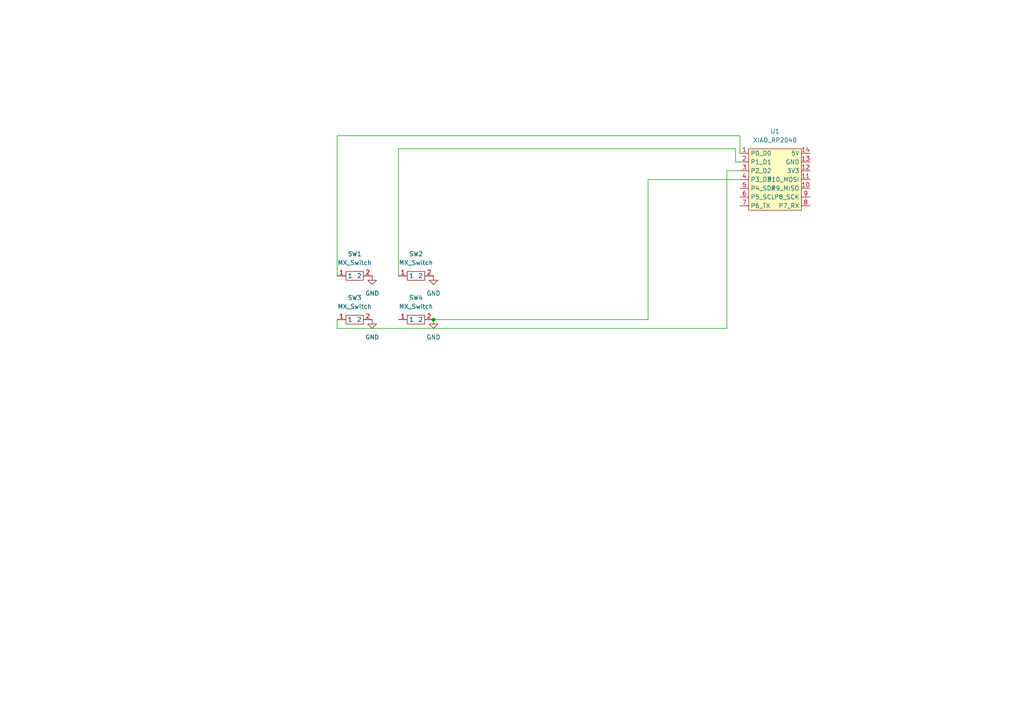
<source format=kicad_sch>
(kicad_sch
	(version 20250114)
	(generator "eeschema")
	(generator_version "9.0")
	(uuid "3ed1b021-89ae-4efc-a508-c2591d6c9c73")
	(paper "A4")
	(lib_symbols
		(symbol "MX_Switch:MX_Switch"
			(exclude_from_sim no)
			(in_bom yes)
			(on_board yes)
			(property "Reference" "SW"
				(at 0 2.54 0)
				(effects
					(font
						(size 1.27 1.27)
					)
				)
			)
			(property "Value" "MX_Switch"
				(at 0 -2.54 0)
				(effects
					(font
						(size 1.27 1.27)
					)
				)
			)
			(property "Footprint" "MX-1U"
				(at 0 0 0)
				(effects
					(font
						(size 1.27 1.27)
					)
					(hide yes)
				)
			)
			(property "Datasheet" ""
				(at 0 0 0)
				(effects
					(font
						(size 1.27 1.27)
					)
					(hide yes)
				)
			)
			(property "Description" ""
				(at 0 0 0)
				(effects
					(font
						(size 1.27 1.27)
					)
					(hide yes)
				)
			)
			(symbol "MX_Switch_1_1"
				(rectangle
					(start -2.54 1.27)
					(end 2.54 -1.27)
					(stroke
						(width 0)
						(type default)
					)
					(fill
						(type none)
					)
				)
				(pin passive line
					(at -5.08 0 0)
					(length 2.54)
					(name "1"
						(effects
							(font
								(size 1.27 1.27)
							)
						)
					)
					(number "1"
						(effects
							(font
								(size 1.27 1.27)
							)
						)
					)
				)
				(pin passive line
					(at 5.08 0 180)
					(length 2.54)
					(name "2"
						(effects
							(font
								(size 1.27 1.27)
							)
						)
					)
					(number "2"
						(effects
							(font
								(size 1.27 1.27)
							)
						)
					)
				)
			)
			(embedded_fonts no)
		)
		(symbol "XIAO_RP2040:XIAO_RP2040"
			(exclude_from_sim no)
			(in_bom yes)
			(on_board yes)
			(property "Reference" "U"
				(at 0 10.16 0)
				(effects
					(font
						(size 1.27 1.27)
					)
				)
			)
			(property "Value" "XIAO_RP2040"
				(at 0 -10.16 0)
				(effects
					(font
						(size 1.27 1.27)
					)
				)
			)
			(property "Footprint" "XIAO-RP2040-SMD"
				(at 0 0 0)
				(effects
					(font
						(size 1.27 1.27)
					)
					(hide yes)
				)
			)
			(property "Datasheet" ""
				(at 0 0 0)
				(effects
					(font
						(size 1.27 1.27)
					)
					(hide yes)
				)
			)
			(property "Description" ""
				(at 0 0 0)
				(effects
					(font
						(size 1.27 1.27)
					)
					(hide yes)
				)
			)
			(symbol "XIAO_RP2040_1_1"
				(rectangle
					(start -7.62 8.89)
					(end 7.62 -8.89)
					(stroke
						(width 0)
						(type default)
					)
					(fill
						(type background)
					)
				)
				(pin bidirectional line
					(at -10.16 7.62 0)
					(length 2.54)
					(name "P0_D0"
						(effects
							(font
								(size 1.27 1.27)
							)
						)
					)
					(number "1"
						(effects
							(font
								(size 1.27 1.27)
							)
						)
					)
				)
				(pin bidirectional line
					(at -10.16 5.08 0)
					(length 2.54)
					(name "P1_D1"
						(effects
							(font
								(size 1.27 1.27)
							)
						)
					)
					(number "2"
						(effects
							(font
								(size 1.27 1.27)
							)
						)
					)
				)
				(pin bidirectional line
					(at -10.16 2.54 0)
					(length 2.54)
					(name "P2_D2"
						(effects
							(font
								(size 1.27 1.27)
							)
						)
					)
					(number "3"
						(effects
							(font
								(size 1.27 1.27)
							)
						)
					)
				)
				(pin bidirectional line
					(at -10.16 0 0)
					(length 2.54)
					(name "P3_D3"
						(effects
							(font
								(size 1.27 1.27)
							)
						)
					)
					(number "4"
						(effects
							(font
								(size 1.27 1.27)
							)
						)
					)
				)
				(pin bidirectional line
					(at -10.16 -2.54 0)
					(length 2.54)
					(name "P4_SDA"
						(effects
							(font
								(size 1.27 1.27)
							)
						)
					)
					(number "5"
						(effects
							(font
								(size 1.27 1.27)
							)
						)
					)
				)
				(pin bidirectional line
					(at -10.16 -5.08 0)
					(length 2.54)
					(name "P5_SCL"
						(effects
							(font
								(size 1.27 1.27)
							)
						)
					)
					(number "6"
						(effects
							(font
								(size 1.27 1.27)
							)
						)
					)
				)
				(pin bidirectional line
					(at -10.16 -7.62 0)
					(length 2.54)
					(name "P6_TX"
						(effects
							(font
								(size 1.27 1.27)
							)
						)
					)
					(number "7"
						(effects
							(font
								(size 1.27 1.27)
							)
						)
					)
				)
				(pin power_in line
					(at 10.16 7.62 180)
					(length 2.54)
					(name "5V"
						(effects
							(font
								(size 1.27 1.27)
							)
						)
					)
					(number "14"
						(effects
							(font
								(size 1.27 1.27)
							)
						)
					)
				)
				(pin power_in line
					(at 10.16 5.08 180)
					(length 2.54)
					(name "GND"
						(effects
							(font
								(size 1.27 1.27)
							)
						)
					)
					(number "13"
						(effects
							(font
								(size 1.27 1.27)
							)
						)
					)
				)
				(pin power_out line
					(at 10.16 2.54 180)
					(length 2.54)
					(name "3V3"
						(effects
							(font
								(size 1.27 1.27)
							)
						)
					)
					(number "12"
						(effects
							(font
								(size 1.27 1.27)
							)
						)
					)
				)
				(pin bidirectional line
					(at 10.16 0 180)
					(length 2.54)
					(name "P10_MOSI"
						(effects
							(font
								(size 1.27 1.27)
							)
						)
					)
					(number "11"
						(effects
							(font
								(size 1.27 1.27)
							)
						)
					)
				)
				(pin bidirectional line
					(at 10.16 -2.54 180)
					(length 2.54)
					(name "P9_MISO"
						(effects
							(font
								(size 1.27 1.27)
							)
						)
					)
					(number "10"
						(effects
							(font
								(size 1.27 1.27)
							)
						)
					)
				)
				(pin bidirectional line
					(at 10.16 -5.08 180)
					(length 2.54)
					(name "P8_SCK"
						(effects
							(font
								(size 1.27 1.27)
							)
						)
					)
					(number "9"
						(effects
							(font
								(size 1.27 1.27)
							)
						)
					)
				)
				(pin bidirectional line
					(at 10.16 -7.62 180)
					(length 2.54)
					(name "P7_RX"
						(effects
							(font
								(size 1.27 1.27)
							)
						)
					)
					(number "8"
						(effects
							(font
								(size 1.27 1.27)
							)
						)
					)
				)
			)
			(embedded_fonts no)
		)
		(symbol "power:GND"
			(power)
			(pin_numbers
				(hide yes)
			)
			(pin_names
				(offset 0)
				(hide yes)
			)
			(exclude_from_sim no)
			(in_bom yes)
			(on_board yes)
			(property "Reference" "#PWR"
				(at 0 -6.35 0)
				(effects
					(font
						(size 1.27 1.27)
					)
					(hide yes)
				)
			)
			(property "Value" "GND"
				(at 0 -3.81 0)
				(effects
					(font
						(size 1.27 1.27)
					)
				)
			)
			(property "Footprint" ""
				(at 0 0 0)
				(effects
					(font
						(size 1.27 1.27)
					)
					(hide yes)
				)
			)
			(property "Datasheet" ""
				(at 0 0 0)
				(effects
					(font
						(size 1.27 1.27)
					)
					(hide yes)
				)
			)
			(property "Description" "Power symbol creates a global label with name \"GND\" , ground"
				(at 0 0 0)
				(effects
					(font
						(size 1.27 1.27)
					)
					(hide yes)
				)
			)
			(property "ki_keywords" "global power"
				(at 0 0 0)
				(effects
					(font
						(size 1.27 1.27)
					)
					(hide yes)
				)
			)
			(symbol "GND_0_1"
				(polyline
					(pts
						(xy 0 0) (xy 0 -1.27) (xy 1.27 -1.27) (xy 0 -2.54) (xy -1.27 -1.27) (xy 0 -1.27)
					)
					(stroke
						(width 0)
						(type default)
					)
					(fill
						(type none)
					)
				)
			)
			(symbol "GND_1_1"
				(pin power_in line
					(at 0 0 270)
					(length 0)
					(name "~"
						(effects
							(font
								(size 1.27 1.27)
							)
						)
					)
					(number "1"
						(effects
							(font
								(size 1.27 1.27)
							)
						)
					)
				)
			)
			(embedded_fonts no)
		)
	)
	(junction
		(at 125.73 92.71)
		(diameter 0)
		(color 0 0 0 0)
		(uuid "e54947c7-dfa4-4ca3-a362-a38fb35404bd")
	)
	(wire
		(pts
			(xy 187.96 52.07) (xy 214.63 52.07)
		)
		(stroke
			(width 0)
			(type default)
		)
		(uuid "1a1ff180-18ba-4486-92cb-5640fbfa9164")
	)
	(wire
		(pts
			(xy 97.79 92.71) (xy 97.79 95.25)
		)
		(stroke
			(width 0)
			(type default)
		)
		(uuid "1f8554f2-910e-4326-8441-2e597aa4f08f")
	)
	(wire
		(pts
			(xy 125.73 92.71) (xy 187.96 92.71)
		)
		(stroke
			(width 0)
			(type default)
		)
		(uuid "438c5b47-6deb-4e62-b6d1-251d3a43011a")
	)
	(wire
		(pts
			(xy 115.57 43.18) (xy 213.36 43.18)
		)
		(stroke
			(width 0)
			(type default)
		)
		(uuid "668459ca-a35b-467c-8e0f-163c444f14f7")
	)
	(wire
		(pts
			(xy 214.63 39.37) (xy 214.63 44.45)
		)
		(stroke
			(width 0)
			(type default)
		)
		(uuid "6b9af3ab-cd3d-4f5f-89f9-918c32bf6525")
	)
	(wire
		(pts
			(xy 97.79 95.25) (xy 210.82 95.25)
		)
		(stroke
			(width 0)
			(type default)
		)
		(uuid "6c00efd8-1f5d-45a1-a8be-106600658826")
	)
	(wire
		(pts
			(xy 210.82 95.25) (xy 210.82 49.53)
		)
		(stroke
			(width 0)
			(type default)
		)
		(uuid "7596c79f-cb68-4fd4-9ada-d778ce0336ee")
	)
	(wire
		(pts
			(xy 213.36 46.99) (xy 214.63 46.99)
		)
		(stroke
			(width 0)
			(type default)
		)
		(uuid "769cac46-379c-40e3-817e-3ddb304f540e")
	)
	(wire
		(pts
			(xy 213.36 43.18) (xy 213.36 46.99)
		)
		(stroke
			(width 0)
			(type default)
		)
		(uuid "7dfd59bc-03b2-4d5c-8ce8-89e3a243db6a")
	)
	(wire
		(pts
			(xy 115.57 80.01) (xy 115.57 43.18)
		)
		(stroke
			(width 0)
			(type default)
		)
		(uuid "83ab712e-321e-46ea-a8f8-f005624c4234")
	)
	(wire
		(pts
			(xy 187.96 92.71) (xy 187.96 52.07)
		)
		(stroke
			(width 0)
			(type default)
		)
		(uuid "ae96f619-6c16-49eb-95c1-97b250cc76f5")
	)
	(wire
		(pts
			(xy 97.79 39.37) (xy 214.63 39.37)
		)
		(stroke
			(width 0)
			(type default)
		)
		(uuid "bfc9dc1c-dc35-4a77-a291-4a82e7f49125")
	)
	(wire
		(pts
			(xy 210.82 49.53) (xy 214.63 49.53)
		)
		(stroke
			(width 0)
			(type default)
		)
		(uuid "cc5c4d43-8d6d-43df-ab38-0f6444d320ae")
	)
	(wire
		(pts
			(xy 97.79 80.01) (xy 97.79 39.37)
		)
		(stroke
			(width 0)
			(type default)
		)
		(uuid "ff5227e1-63c1-4490-bdea-fa3c2f549b1a")
	)
	(symbol
		(lib_id "power:GND")
		(at 125.73 92.71 0)
		(unit 1)
		(exclude_from_sim no)
		(in_bom yes)
		(on_board yes)
		(dnp no)
		(fields_autoplaced yes)
		(uuid "3e718b9d-b93b-41c9-b4d2-144520540ad5")
		(property "Reference" "#PWR02"
			(at 125.73 99.06 0)
			(effects
				(font
					(size 1.27 1.27)
				)
				(hide yes)
			)
		)
		(property "Value" "GND"
			(at 125.73 97.79 0)
			(effects
				(font
					(size 1.27 1.27)
				)
			)
		)
		(property "Footprint" ""
			(at 125.73 92.71 0)
			(effects
				(font
					(size 1.27 1.27)
				)
				(hide yes)
			)
		)
		(property "Datasheet" ""
			(at 125.73 92.71 0)
			(effects
				(font
					(size 1.27 1.27)
				)
				(hide yes)
			)
		)
		(property "Description" "Power symbol creates a global label with name \"GND\" , ground"
			(at 125.73 92.71 0)
			(effects
				(font
					(size 1.27 1.27)
				)
				(hide yes)
			)
		)
		(pin "1"
			(uuid "1f83442d-403f-46f6-acc4-497dbf248dfa")
		)
		(instances
			(project "ali_hackpad"
				(path "/3ed1b021-89ae-4efc-a508-c2591d6c9c73"
					(reference "#PWR02")
					(unit 1)
				)
			)
		)
	)
	(symbol
		(lib_id "XIAO_RP2040:XIAO_RP2040")
		(at 224.79 52.07 0)
		(unit 1)
		(exclude_from_sim no)
		(in_bom yes)
		(on_board yes)
		(dnp no)
		(fields_autoplaced yes)
		(uuid "68764285-7523-4948-b8b7-40a1d9309b73")
		(property "Reference" "U1"
			(at 224.79 38.1 0)
			(effects
				(font
					(size 1.27 1.27)
				)
			)
		)
		(property "Value" "XIAO_RP2040"
			(at 224.79 40.64 0)
			(effects
				(font
					(size 1.27 1.27)
				)
			)
		)
		(property "Footprint" "XIAO-RP2040-SMD"
			(at 224.79 52.07 0)
			(effects
				(font
					(size 1.27 1.27)
				)
				(hide yes)
			)
		)
		(property "Datasheet" ""
			(at 224.79 52.07 0)
			(effects
				(font
					(size 1.27 1.27)
				)
				(hide yes)
			)
		)
		(property "Description" ""
			(at 224.79 52.07 0)
			(effects
				(font
					(size 1.27 1.27)
				)
				(hide yes)
			)
		)
		(pin "12"
			(uuid "3cb9d228-dd31-45f9-be68-7198d05f3ac5")
		)
		(pin "9"
			(uuid "4cca6cd0-74c4-44bd-947c-2cb66e387df0")
		)
		(pin "4"
			(uuid "247e9ece-3442-4a09-a3f6-8caf702456bd")
		)
		(pin "5"
			(uuid "8c781160-2763-4388-8941-a181e5cc1f68")
		)
		(pin "13"
			(uuid "a8668c4a-aa8e-4b1d-a9f1-aad69d0a77dd")
		)
		(pin "6"
			(uuid "f213d3e2-b405-4d94-9640-e448d953829a")
		)
		(pin "7"
			(uuid "11b4bfc5-22e9-4c32-ab9a-d1819ae752fb")
		)
		(pin "1"
			(uuid "2e66fc3b-d4f0-4482-98bc-c272afe3d79b")
		)
		(pin "10"
			(uuid "f47f4e09-0edc-4c8c-88fd-51345b878b99")
		)
		(pin "14"
			(uuid "99d4c3cd-4d4d-4b01-9b28-4b1a62bdd1a0")
		)
		(pin "3"
			(uuid "b559e43b-de66-4afa-aa30-b047ad654625")
		)
		(pin "11"
			(uuid "4eba81f7-aaae-4550-8771-bac895cc0158")
		)
		(pin "2"
			(uuid "6dd3cbdd-870b-4edc-915f-e94b2d610c45")
		)
		(pin "8"
			(uuid "38d4238c-e299-4235-81ba-49a0411e96a8")
		)
		(instances
			(project ""
				(path "/3ed1b021-89ae-4efc-a508-c2591d6c9c73"
					(reference "U1")
					(unit 1)
				)
			)
		)
	)
	(symbol
		(lib_id "power:GND")
		(at 107.95 80.01 0)
		(unit 1)
		(exclude_from_sim no)
		(in_bom yes)
		(on_board yes)
		(dnp no)
		(fields_autoplaced yes)
		(uuid "7f101a5f-98b0-479a-bdbe-91e684bec514")
		(property "Reference" "#PWR05"
			(at 107.95 86.36 0)
			(effects
				(font
					(size 1.27 1.27)
				)
				(hide yes)
			)
		)
		(property "Value" "GND"
			(at 107.95 85.09 0)
			(effects
				(font
					(size 1.27 1.27)
				)
			)
		)
		(property "Footprint" ""
			(at 107.95 80.01 0)
			(effects
				(font
					(size 1.27 1.27)
				)
				(hide yes)
			)
		)
		(property "Datasheet" ""
			(at 107.95 80.01 0)
			(effects
				(font
					(size 1.27 1.27)
				)
				(hide yes)
			)
		)
		(property "Description" "Power symbol creates a global label with name \"GND\" , ground"
			(at 107.95 80.01 0)
			(effects
				(font
					(size 1.27 1.27)
				)
				(hide yes)
			)
		)
		(pin "1"
			(uuid "5b0bc9f3-2559-422d-ae30-38d4cecebd26")
		)
		(instances
			(project ""
				(path "/3ed1b021-89ae-4efc-a508-c2591d6c9c73"
					(reference "#PWR05")
					(unit 1)
				)
			)
		)
	)
	(symbol
		(lib_id "power:GND")
		(at 107.95 92.71 0)
		(unit 1)
		(exclude_from_sim no)
		(in_bom yes)
		(on_board yes)
		(dnp no)
		(fields_autoplaced yes)
		(uuid "8b3230b6-1d44-4cb1-bf2b-73853eb91c8f")
		(property "Reference" "#PWR01"
			(at 107.95 99.06 0)
			(effects
				(font
					(size 1.27 1.27)
				)
				(hide yes)
			)
		)
		(property "Value" "GND"
			(at 107.95 97.79 0)
			(effects
				(font
					(size 1.27 1.27)
				)
			)
		)
		(property "Footprint" ""
			(at 107.95 92.71 0)
			(effects
				(font
					(size 1.27 1.27)
				)
				(hide yes)
			)
		)
		(property "Datasheet" ""
			(at 107.95 92.71 0)
			(effects
				(font
					(size 1.27 1.27)
				)
				(hide yes)
			)
		)
		(property "Description" "Power symbol creates a global label with name \"GND\" , ground"
			(at 107.95 92.71 0)
			(effects
				(font
					(size 1.27 1.27)
				)
				(hide yes)
			)
		)
		(pin "1"
			(uuid "3a393de7-f9d4-497f-9269-8ba1de04b175")
		)
		(instances
			(project "ali_hackpad"
				(path "/3ed1b021-89ae-4efc-a508-c2591d6c9c73"
					(reference "#PWR01")
					(unit 1)
				)
			)
		)
	)
	(symbol
		(lib_id "MX_Switch:MX_Switch")
		(at 102.87 92.71 0)
		(unit 1)
		(exclude_from_sim no)
		(in_bom yes)
		(on_board yes)
		(dnp no)
		(fields_autoplaced yes)
		(uuid "9b7aca81-b372-473e-abfe-6e9361e32cd4")
		(property "Reference" "SW3"
			(at 102.87 86.36 0)
			(effects
				(font
					(size 1.27 1.27)
				)
			)
		)
		(property "Value" "MX_Switch"
			(at 102.87 88.9 0)
			(effects
				(font
					(size 1.27 1.27)
				)
			)
		)
		(property "Footprint" "MX-1U"
			(at 102.87 92.71 0)
			(effects
				(font
					(size 1.27 1.27)
				)
				(hide yes)
			)
		)
		(property "Datasheet" ""
			(at 102.87 92.71 0)
			(effects
				(font
					(size 1.27 1.27)
				)
				(hide yes)
			)
		)
		(property "Description" ""
			(at 102.87 92.71 0)
			(effects
				(font
					(size 1.27 1.27)
				)
				(hide yes)
			)
		)
		(pin "1"
			(uuid "78058df3-e9c8-422b-a395-46876ab55eca")
		)
		(pin "2"
			(uuid "bccb104a-16c9-46a1-a9eb-b2fef42e14ce")
		)
		(instances
			(project "ali_hackpad"
				(path "/3ed1b021-89ae-4efc-a508-c2591d6c9c73"
					(reference "SW3")
					(unit 1)
				)
			)
		)
	)
	(symbol
		(lib_id "MX_Switch:MX_Switch")
		(at 102.87 80.01 0)
		(unit 1)
		(exclude_from_sim no)
		(in_bom yes)
		(on_board yes)
		(dnp no)
		(fields_autoplaced yes)
		(uuid "b50d6a9c-b433-4a9e-b81f-7abe63be3b4e")
		(property "Reference" "SW1"
			(at 102.87 73.66 0)
			(effects
				(font
					(size 1.27 1.27)
				)
			)
		)
		(property "Value" "MX_Switch"
			(at 102.87 76.2 0)
			(effects
				(font
					(size 1.27 1.27)
				)
			)
		)
		(property "Footprint" "MX-1U"
			(at 102.87 80.01 0)
			(effects
				(font
					(size 1.27 1.27)
				)
				(hide yes)
			)
		)
		(property "Datasheet" ""
			(at 102.87 80.01 0)
			(effects
				(font
					(size 1.27 1.27)
				)
				(hide yes)
			)
		)
		(property "Description" ""
			(at 102.87 80.01 0)
			(effects
				(font
					(size 1.27 1.27)
				)
				(hide yes)
			)
		)
		(pin "1"
			(uuid "fa073fe3-7916-4128-9b48-89ffd3d3e0e3")
		)
		(pin "2"
			(uuid "343d99df-b44d-4f9e-9ab3-e865e490b00d")
		)
		(instances
			(project ""
				(path "/3ed1b021-89ae-4efc-a508-c2591d6c9c73"
					(reference "SW1")
					(unit 1)
				)
			)
		)
	)
	(symbol
		(lib_id "MX_Switch:MX_Switch")
		(at 120.65 80.01 0)
		(unit 1)
		(exclude_from_sim no)
		(in_bom yes)
		(on_board yes)
		(dnp no)
		(fields_autoplaced yes)
		(uuid "c22c1c78-760d-49d2-b911-c22918795e00")
		(property "Reference" "SW2"
			(at 120.65 73.66 0)
			(effects
				(font
					(size 1.27 1.27)
				)
			)
		)
		(property "Value" "MX_Switch"
			(at 120.65 76.2 0)
			(effects
				(font
					(size 1.27 1.27)
				)
			)
		)
		(property "Footprint" "MX-1U"
			(at 120.65 80.01 0)
			(effects
				(font
					(size 1.27 1.27)
				)
				(hide yes)
			)
		)
		(property "Datasheet" ""
			(at 120.65 80.01 0)
			(effects
				(font
					(size 1.27 1.27)
				)
				(hide yes)
			)
		)
		(property "Description" ""
			(at 120.65 80.01 0)
			(effects
				(font
					(size 1.27 1.27)
				)
				(hide yes)
			)
		)
		(pin "1"
			(uuid "a5f56624-03b3-4048-99b0-00f416359f37")
		)
		(pin "2"
			(uuid "556c254c-4461-44f6-a895-1d8642709bf6")
		)
		(instances
			(project ""
				(path "/3ed1b021-89ae-4efc-a508-c2591d6c9c73"
					(reference "SW2")
					(unit 1)
				)
			)
		)
	)
	(symbol
		(lib_id "power:GND")
		(at 125.73 80.01 0)
		(unit 1)
		(exclude_from_sim no)
		(in_bom yes)
		(on_board yes)
		(dnp no)
		(fields_autoplaced yes)
		(uuid "c403c401-3859-4119-b07b-421fb34daaa3")
		(property "Reference" "#PWR03"
			(at 125.73 86.36 0)
			(effects
				(font
					(size 1.27 1.27)
				)
				(hide yes)
			)
		)
		(property "Value" "GND"
			(at 125.73 85.09 0)
			(effects
				(font
					(size 1.27 1.27)
				)
			)
		)
		(property "Footprint" ""
			(at 125.73 80.01 0)
			(effects
				(font
					(size 1.27 1.27)
				)
				(hide yes)
			)
		)
		(property "Datasheet" ""
			(at 125.73 80.01 0)
			(effects
				(font
					(size 1.27 1.27)
				)
				(hide yes)
			)
		)
		(property "Description" "Power symbol creates a global label with name \"GND\" , ground"
			(at 125.73 80.01 0)
			(effects
				(font
					(size 1.27 1.27)
				)
				(hide yes)
			)
		)
		(pin "1"
			(uuid "cd241637-68b8-4490-8ede-88257e9ac69b")
		)
		(instances
			(project "ali_hackpad"
				(path "/3ed1b021-89ae-4efc-a508-c2591d6c9c73"
					(reference "#PWR03")
					(unit 1)
				)
			)
		)
	)
	(symbol
		(lib_id "MX_Switch:MX_Switch")
		(at 120.65 92.71 0)
		(unit 1)
		(exclude_from_sim no)
		(in_bom yes)
		(on_board yes)
		(dnp no)
		(fields_autoplaced yes)
		(uuid "f2b96949-8e31-4950-96cc-a6633a0f77a4")
		(property "Reference" "SW4"
			(at 120.65 86.36 0)
			(effects
				(font
					(size 1.27 1.27)
				)
			)
		)
		(property "Value" "MX_Switch"
			(at 120.65 88.9 0)
			(effects
				(font
					(size 1.27 1.27)
				)
			)
		)
		(property "Footprint" "MX-1U"
			(at 120.65 92.71 0)
			(effects
				(font
					(size 1.27 1.27)
				)
				(hide yes)
			)
		)
		(property "Datasheet" ""
			(at 120.65 92.71 0)
			(effects
				(font
					(size 1.27 1.27)
				)
				(hide yes)
			)
		)
		(property "Description" ""
			(at 120.65 92.71 0)
			(effects
				(font
					(size 1.27 1.27)
				)
				(hide yes)
			)
		)
		(pin "1"
			(uuid "3acaa514-d6c3-40f5-8438-ae39f6094e73")
		)
		(pin "2"
			(uuid "881830cc-7c7f-46e3-b0b7-e1bed6eb8f2a")
		)
		(instances
			(project "ali_hackpad"
				(path "/3ed1b021-89ae-4efc-a508-c2591d6c9c73"
					(reference "SW4")
					(unit 1)
				)
			)
		)
	)
	(sheet_instances
		(path "/"
			(page "1")
		)
	)
	(embedded_fonts no)
)

</source>
